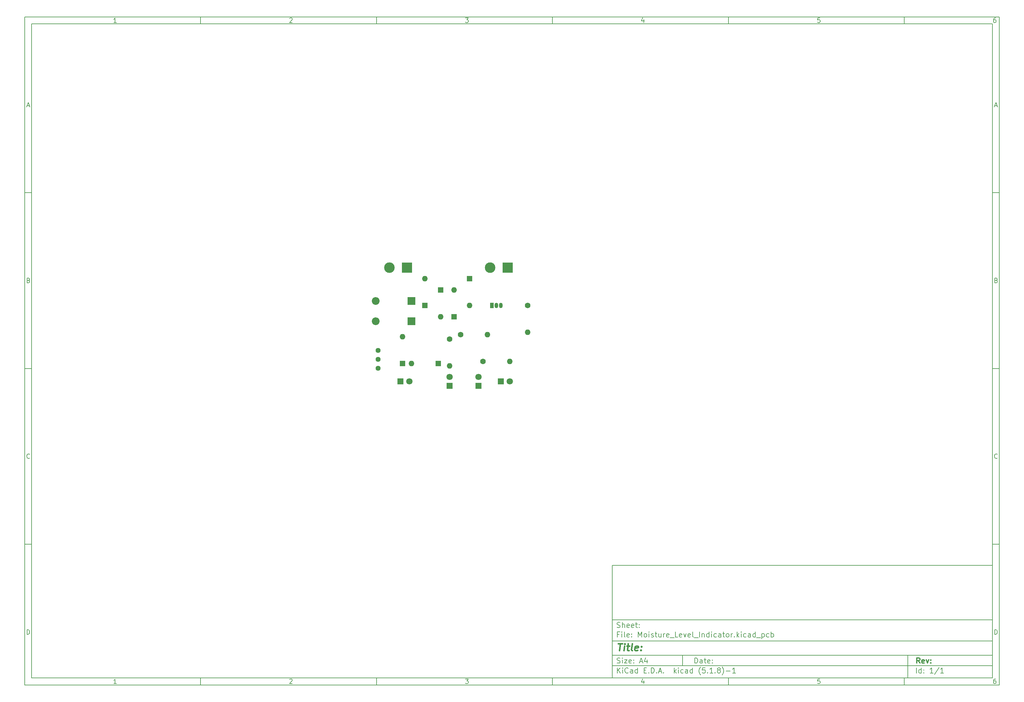
<source format=gtl>
%TF.GenerationSoftware,KiCad,Pcbnew,(5.1.8)-1*%
%TF.CreationDate,2021-07-18T22:50:51-07:00*%
%TF.ProjectId,Moisture_Level_Indicator,4d6f6973-7475-4726-955f-4c6576656c5f,rev?*%
%TF.SameCoordinates,Original*%
%TF.FileFunction,Copper,L1,Top*%
%TF.FilePolarity,Positive*%
%FSLAX46Y46*%
G04 Gerber Fmt 4.6, Leading zero omitted, Abs format (unit mm)*
G04 Created by KiCad (PCBNEW (5.1.8)-1) date 2021-07-18 22:50:51*
%MOMM*%
%LPD*%
G01*
G04 APERTURE LIST*
%ADD10C,0.100000*%
%ADD11C,0.150000*%
%ADD12C,0.300000*%
%ADD13C,0.400000*%
%TA.AperFunction,ComponentPad*%
%ADD14R,1.600000X1.600000*%
%TD*%
%TA.AperFunction,ComponentPad*%
%ADD15O,1.600000X1.600000*%
%TD*%
%TA.AperFunction,ComponentPad*%
%ADD16C,1.800000*%
%TD*%
%TA.AperFunction,ComponentPad*%
%ADD17R,1.800000X1.800000*%
%TD*%
%TA.AperFunction,ComponentPad*%
%ADD18R,3.000000X3.000000*%
%TD*%
%TA.AperFunction,ComponentPad*%
%ADD19C,3.000000*%
%TD*%
%TA.AperFunction,ComponentPad*%
%ADD20O,1.050000X1.500000*%
%TD*%
%TA.AperFunction,ComponentPad*%
%ADD21R,1.050000X1.500000*%
%TD*%
%TA.AperFunction,ComponentPad*%
%ADD22C,1.600000*%
%TD*%
%TA.AperFunction,ComponentPad*%
%ADD23C,1.440000*%
%TD*%
%TA.AperFunction,ComponentPad*%
%ADD24R,2.200000X2.200000*%
%TD*%
%TA.AperFunction,ComponentPad*%
%ADD25O,2.200000X2.200000*%
%TD*%
G04 APERTURE END LIST*
D10*
D11*
X177002200Y-166007200D02*
X177002200Y-198007200D01*
X285002200Y-198007200D01*
X285002200Y-166007200D01*
X177002200Y-166007200D01*
D10*
D11*
X10000000Y-10000000D02*
X10000000Y-200007200D01*
X287002200Y-200007200D01*
X287002200Y-10000000D01*
X10000000Y-10000000D01*
D10*
D11*
X12000000Y-12000000D02*
X12000000Y-198007200D01*
X285002200Y-198007200D01*
X285002200Y-12000000D01*
X12000000Y-12000000D01*
D10*
D11*
X60000000Y-12000000D02*
X60000000Y-10000000D01*
D10*
D11*
X110000000Y-12000000D02*
X110000000Y-10000000D01*
D10*
D11*
X160000000Y-12000000D02*
X160000000Y-10000000D01*
D10*
D11*
X210000000Y-12000000D02*
X210000000Y-10000000D01*
D10*
D11*
X260000000Y-12000000D02*
X260000000Y-10000000D01*
D10*
D11*
X36065476Y-11588095D02*
X35322619Y-11588095D01*
X35694047Y-11588095D02*
X35694047Y-10288095D01*
X35570238Y-10473809D01*
X35446428Y-10597619D01*
X35322619Y-10659523D01*
D10*
D11*
X85322619Y-10411904D02*
X85384523Y-10350000D01*
X85508333Y-10288095D01*
X85817857Y-10288095D01*
X85941666Y-10350000D01*
X86003571Y-10411904D01*
X86065476Y-10535714D01*
X86065476Y-10659523D01*
X86003571Y-10845238D01*
X85260714Y-11588095D01*
X86065476Y-11588095D01*
D10*
D11*
X135260714Y-10288095D02*
X136065476Y-10288095D01*
X135632142Y-10783333D01*
X135817857Y-10783333D01*
X135941666Y-10845238D01*
X136003571Y-10907142D01*
X136065476Y-11030952D01*
X136065476Y-11340476D01*
X136003571Y-11464285D01*
X135941666Y-11526190D01*
X135817857Y-11588095D01*
X135446428Y-11588095D01*
X135322619Y-11526190D01*
X135260714Y-11464285D01*
D10*
D11*
X185941666Y-10721428D02*
X185941666Y-11588095D01*
X185632142Y-10226190D02*
X185322619Y-11154761D01*
X186127380Y-11154761D01*
D10*
D11*
X236003571Y-10288095D02*
X235384523Y-10288095D01*
X235322619Y-10907142D01*
X235384523Y-10845238D01*
X235508333Y-10783333D01*
X235817857Y-10783333D01*
X235941666Y-10845238D01*
X236003571Y-10907142D01*
X236065476Y-11030952D01*
X236065476Y-11340476D01*
X236003571Y-11464285D01*
X235941666Y-11526190D01*
X235817857Y-11588095D01*
X235508333Y-11588095D01*
X235384523Y-11526190D01*
X235322619Y-11464285D01*
D10*
D11*
X285941666Y-10288095D02*
X285694047Y-10288095D01*
X285570238Y-10350000D01*
X285508333Y-10411904D01*
X285384523Y-10597619D01*
X285322619Y-10845238D01*
X285322619Y-11340476D01*
X285384523Y-11464285D01*
X285446428Y-11526190D01*
X285570238Y-11588095D01*
X285817857Y-11588095D01*
X285941666Y-11526190D01*
X286003571Y-11464285D01*
X286065476Y-11340476D01*
X286065476Y-11030952D01*
X286003571Y-10907142D01*
X285941666Y-10845238D01*
X285817857Y-10783333D01*
X285570238Y-10783333D01*
X285446428Y-10845238D01*
X285384523Y-10907142D01*
X285322619Y-11030952D01*
D10*
D11*
X60000000Y-198007200D02*
X60000000Y-200007200D01*
D10*
D11*
X110000000Y-198007200D02*
X110000000Y-200007200D01*
D10*
D11*
X160000000Y-198007200D02*
X160000000Y-200007200D01*
D10*
D11*
X210000000Y-198007200D02*
X210000000Y-200007200D01*
D10*
D11*
X260000000Y-198007200D02*
X260000000Y-200007200D01*
D10*
D11*
X36065476Y-199595295D02*
X35322619Y-199595295D01*
X35694047Y-199595295D02*
X35694047Y-198295295D01*
X35570238Y-198481009D01*
X35446428Y-198604819D01*
X35322619Y-198666723D01*
D10*
D11*
X85322619Y-198419104D02*
X85384523Y-198357200D01*
X85508333Y-198295295D01*
X85817857Y-198295295D01*
X85941666Y-198357200D01*
X86003571Y-198419104D01*
X86065476Y-198542914D01*
X86065476Y-198666723D01*
X86003571Y-198852438D01*
X85260714Y-199595295D01*
X86065476Y-199595295D01*
D10*
D11*
X135260714Y-198295295D02*
X136065476Y-198295295D01*
X135632142Y-198790533D01*
X135817857Y-198790533D01*
X135941666Y-198852438D01*
X136003571Y-198914342D01*
X136065476Y-199038152D01*
X136065476Y-199347676D01*
X136003571Y-199471485D01*
X135941666Y-199533390D01*
X135817857Y-199595295D01*
X135446428Y-199595295D01*
X135322619Y-199533390D01*
X135260714Y-199471485D01*
D10*
D11*
X185941666Y-198728628D02*
X185941666Y-199595295D01*
X185632142Y-198233390D02*
X185322619Y-199161961D01*
X186127380Y-199161961D01*
D10*
D11*
X236003571Y-198295295D02*
X235384523Y-198295295D01*
X235322619Y-198914342D01*
X235384523Y-198852438D01*
X235508333Y-198790533D01*
X235817857Y-198790533D01*
X235941666Y-198852438D01*
X236003571Y-198914342D01*
X236065476Y-199038152D01*
X236065476Y-199347676D01*
X236003571Y-199471485D01*
X235941666Y-199533390D01*
X235817857Y-199595295D01*
X235508333Y-199595295D01*
X235384523Y-199533390D01*
X235322619Y-199471485D01*
D10*
D11*
X285941666Y-198295295D02*
X285694047Y-198295295D01*
X285570238Y-198357200D01*
X285508333Y-198419104D01*
X285384523Y-198604819D01*
X285322619Y-198852438D01*
X285322619Y-199347676D01*
X285384523Y-199471485D01*
X285446428Y-199533390D01*
X285570238Y-199595295D01*
X285817857Y-199595295D01*
X285941666Y-199533390D01*
X286003571Y-199471485D01*
X286065476Y-199347676D01*
X286065476Y-199038152D01*
X286003571Y-198914342D01*
X285941666Y-198852438D01*
X285817857Y-198790533D01*
X285570238Y-198790533D01*
X285446428Y-198852438D01*
X285384523Y-198914342D01*
X285322619Y-199038152D01*
D10*
D11*
X10000000Y-60000000D02*
X12000000Y-60000000D01*
D10*
D11*
X10000000Y-110000000D02*
X12000000Y-110000000D01*
D10*
D11*
X10000000Y-160000000D02*
X12000000Y-160000000D01*
D10*
D11*
X10690476Y-35216666D02*
X11309523Y-35216666D01*
X10566666Y-35588095D02*
X11000000Y-34288095D01*
X11433333Y-35588095D01*
D10*
D11*
X11092857Y-84907142D02*
X11278571Y-84969047D01*
X11340476Y-85030952D01*
X11402380Y-85154761D01*
X11402380Y-85340476D01*
X11340476Y-85464285D01*
X11278571Y-85526190D01*
X11154761Y-85588095D01*
X10659523Y-85588095D01*
X10659523Y-84288095D01*
X11092857Y-84288095D01*
X11216666Y-84350000D01*
X11278571Y-84411904D01*
X11340476Y-84535714D01*
X11340476Y-84659523D01*
X11278571Y-84783333D01*
X11216666Y-84845238D01*
X11092857Y-84907142D01*
X10659523Y-84907142D01*
D10*
D11*
X11402380Y-135464285D02*
X11340476Y-135526190D01*
X11154761Y-135588095D01*
X11030952Y-135588095D01*
X10845238Y-135526190D01*
X10721428Y-135402380D01*
X10659523Y-135278571D01*
X10597619Y-135030952D01*
X10597619Y-134845238D01*
X10659523Y-134597619D01*
X10721428Y-134473809D01*
X10845238Y-134350000D01*
X11030952Y-134288095D01*
X11154761Y-134288095D01*
X11340476Y-134350000D01*
X11402380Y-134411904D01*
D10*
D11*
X10659523Y-185588095D02*
X10659523Y-184288095D01*
X10969047Y-184288095D01*
X11154761Y-184350000D01*
X11278571Y-184473809D01*
X11340476Y-184597619D01*
X11402380Y-184845238D01*
X11402380Y-185030952D01*
X11340476Y-185278571D01*
X11278571Y-185402380D01*
X11154761Y-185526190D01*
X10969047Y-185588095D01*
X10659523Y-185588095D01*
D10*
D11*
X287002200Y-60000000D02*
X285002200Y-60000000D01*
D10*
D11*
X287002200Y-110000000D02*
X285002200Y-110000000D01*
D10*
D11*
X287002200Y-160000000D02*
X285002200Y-160000000D01*
D10*
D11*
X285692676Y-35216666D02*
X286311723Y-35216666D01*
X285568866Y-35588095D02*
X286002200Y-34288095D01*
X286435533Y-35588095D01*
D10*
D11*
X286095057Y-84907142D02*
X286280771Y-84969047D01*
X286342676Y-85030952D01*
X286404580Y-85154761D01*
X286404580Y-85340476D01*
X286342676Y-85464285D01*
X286280771Y-85526190D01*
X286156961Y-85588095D01*
X285661723Y-85588095D01*
X285661723Y-84288095D01*
X286095057Y-84288095D01*
X286218866Y-84350000D01*
X286280771Y-84411904D01*
X286342676Y-84535714D01*
X286342676Y-84659523D01*
X286280771Y-84783333D01*
X286218866Y-84845238D01*
X286095057Y-84907142D01*
X285661723Y-84907142D01*
D10*
D11*
X286404580Y-135464285D02*
X286342676Y-135526190D01*
X286156961Y-135588095D01*
X286033152Y-135588095D01*
X285847438Y-135526190D01*
X285723628Y-135402380D01*
X285661723Y-135278571D01*
X285599819Y-135030952D01*
X285599819Y-134845238D01*
X285661723Y-134597619D01*
X285723628Y-134473809D01*
X285847438Y-134350000D01*
X286033152Y-134288095D01*
X286156961Y-134288095D01*
X286342676Y-134350000D01*
X286404580Y-134411904D01*
D10*
D11*
X285661723Y-185588095D02*
X285661723Y-184288095D01*
X285971247Y-184288095D01*
X286156961Y-184350000D01*
X286280771Y-184473809D01*
X286342676Y-184597619D01*
X286404580Y-184845238D01*
X286404580Y-185030952D01*
X286342676Y-185278571D01*
X286280771Y-185402380D01*
X286156961Y-185526190D01*
X285971247Y-185588095D01*
X285661723Y-185588095D01*
D10*
D11*
X200434342Y-193785771D02*
X200434342Y-192285771D01*
X200791485Y-192285771D01*
X201005771Y-192357200D01*
X201148628Y-192500057D01*
X201220057Y-192642914D01*
X201291485Y-192928628D01*
X201291485Y-193142914D01*
X201220057Y-193428628D01*
X201148628Y-193571485D01*
X201005771Y-193714342D01*
X200791485Y-193785771D01*
X200434342Y-193785771D01*
X202577200Y-193785771D02*
X202577200Y-193000057D01*
X202505771Y-192857200D01*
X202362914Y-192785771D01*
X202077200Y-192785771D01*
X201934342Y-192857200D01*
X202577200Y-193714342D02*
X202434342Y-193785771D01*
X202077200Y-193785771D01*
X201934342Y-193714342D01*
X201862914Y-193571485D01*
X201862914Y-193428628D01*
X201934342Y-193285771D01*
X202077200Y-193214342D01*
X202434342Y-193214342D01*
X202577200Y-193142914D01*
X203077200Y-192785771D02*
X203648628Y-192785771D01*
X203291485Y-192285771D02*
X203291485Y-193571485D01*
X203362914Y-193714342D01*
X203505771Y-193785771D01*
X203648628Y-193785771D01*
X204720057Y-193714342D02*
X204577200Y-193785771D01*
X204291485Y-193785771D01*
X204148628Y-193714342D01*
X204077200Y-193571485D01*
X204077200Y-193000057D01*
X204148628Y-192857200D01*
X204291485Y-192785771D01*
X204577200Y-192785771D01*
X204720057Y-192857200D01*
X204791485Y-193000057D01*
X204791485Y-193142914D01*
X204077200Y-193285771D01*
X205434342Y-193642914D02*
X205505771Y-193714342D01*
X205434342Y-193785771D01*
X205362914Y-193714342D01*
X205434342Y-193642914D01*
X205434342Y-193785771D01*
X205434342Y-192857200D02*
X205505771Y-192928628D01*
X205434342Y-193000057D01*
X205362914Y-192928628D01*
X205434342Y-192857200D01*
X205434342Y-193000057D01*
D10*
D11*
X177002200Y-194507200D02*
X285002200Y-194507200D01*
D10*
D11*
X178434342Y-196585771D02*
X178434342Y-195085771D01*
X179291485Y-196585771D02*
X178648628Y-195728628D01*
X179291485Y-195085771D02*
X178434342Y-195942914D01*
X179934342Y-196585771D02*
X179934342Y-195585771D01*
X179934342Y-195085771D02*
X179862914Y-195157200D01*
X179934342Y-195228628D01*
X180005771Y-195157200D01*
X179934342Y-195085771D01*
X179934342Y-195228628D01*
X181505771Y-196442914D02*
X181434342Y-196514342D01*
X181220057Y-196585771D01*
X181077200Y-196585771D01*
X180862914Y-196514342D01*
X180720057Y-196371485D01*
X180648628Y-196228628D01*
X180577200Y-195942914D01*
X180577200Y-195728628D01*
X180648628Y-195442914D01*
X180720057Y-195300057D01*
X180862914Y-195157200D01*
X181077200Y-195085771D01*
X181220057Y-195085771D01*
X181434342Y-195157200D01*
X181505771Y-195228628D01*
X182791485Y-196585771D02*
X182791485Y-195800057D01*
X182720057Y-195657200D01*
X182577200Y-195585771D01*
X182291485Y-195585771D01*
X182148628Y-195657200D01*
X182791485Y-196514342D02*
X182648628Y-196585771D01*
X182291485Y-196585771D01*
X182148628Y-196514342D01*
X182077200Y-196371485D01*
X182077200Y-196228628D01*
X182148628Y-196085771D01*
X182291485Y-196014342D01*
X182648628Y-196014342D01*
X182791485Y-195942914D01*
X184148628Y-196585771D02*
X184148628Y-195085771D01*
X184148628Y-196514342D02*
X184005771Y-196585771D01*
X183720057Y-196585771D01*
X183577200Y-196514342D01*
X183505771Y-196442914D01*
X183434342Y-196300057D01*
X183434342Y-195871485D01*
X183505771Y-195728628D01*
X183577200Y-195657200D01*
X183720057Y-195585771D01*
X184005771Y-195585771D01*
X184148628Y-195657200D01*
X186005771Y-195800057D02*
X186505771Y-195800057D01*
X186720057Y-196585771D02*
X186005771Y-196585771D01*
X186005771Y-195085771D01*
X186720057Y-195085771D01*
X187362914Y-196442914D02*
X187434342Y-196514342D01*
X187362914Y-196585771D01*
X187291485Y-196514342D01*
X187362914Y-196442914D01*
X187362914Y-196585771D01*
X188077200Y-196585771D02*
X188077200Y-195085771D01*
X188434342Y-195085771D01*
X188648628Y-195157200D01*
X188791485Y-195300057D01*
X188862914Y-195442914D01*
X188934342Y-195728628D01*
X188934342Y-195942914D01*
X188862914Y-196228628D01*
X188791485Y-196371485D01*
X188648628Y-196514342D01*
X188434342Y-196585771D01*
X188077200Y-196585771D01*
X189577200Y-196442914D02*
X189648628Y-196514342D01*
X189577200Y-196585771D01*
X189505771Y-196514342D01*
X189577200Y-196442914D01*
X189577200Y-196585771D01*
X190220057Y-196157200D02*
X190934342Y-196157200D01*
X190077200Y-196585771D02*
X190577200Y-195085771D01*
X191077200Y-196585771D01*
X191577200Y-196442914D02*
X191648628Y-196514342D01*
X191577200Y-196585771D01*
X191505771Y-196514342D01*
X191577200Y-196442914D01*
X191577200Y-196585771D01*
X194577200Y-196585771D02*
X194577200Y-195085771D01*
X194720057Y-196014342D02*
X195148628Y-196585771D01*
X195148628Y-195585771D02*
X194577200Y-196157200D01*
X195791485Y-196585771D02*
X195791485Y-195585771D01*
X195791485Y-195085771D02*
X195720057Y-195157200D01*
X195791485Y-195228628D01*
X195862914Y-195157200D01*
X195791485Y-195085771D01*
X195791485Y-195228628D01*
X197148628Y-196514342D02*
X197005771Y-196585771D01*
X196720057Y-196585771D01*
X196577200Y-196514342D01*
X196505771Y-196442914D01*
X196434342Y-196300057D01*
X196434342Y-195871485D01*
X196505771Y-195728628D01*
X196577200Y-195657200D01*
X196720057Y-195585771D01*
X197005771Y-195585771D01*
X197148628Y-195657200D01*
X198434342Y-196585771D02*
X198434342Y-195800057D01*
X198362914Y-195657200D01*
X198220057Y-195585771D01*
X197934342Y-195585771D01*
X197791485Y-195657200D01*
X198434342Y-196514342D02*
X198291485Y-196585771D01*
X197934342Y-196585771D01*
X197791485Y-196514342D01*
X197720057Y-196371485D01*
X197720057Y-196228628D01*
X197791485Y-196085771D01*
X197934342Y-196014342D01*
X198291485Y-196014342D01*
X198434342Y-195942914D01*
X199791485Y-196585771D02*
X199791485Y-195085771D01*
X199791485Y-196514342D02*
X199648628Y-196585771D01*
X199362914Y-196585771D01*
X199220057Y-196514342D01*
X199148628Y-196442914D01*
X199077200Y-196300057D01*
X199077200Y-195871485D01*
X199148628Y-195728628D01*
X199220057Y-195657200D01*
X199362914Y-195585771D01*
X199648628Y-195585771D01*
X199791485Y-195657200D01*
X202077200Y-197157200D02*
X202005771Y-197085771D01*
X201862914Y-196871485D01*
X201791485Y-196728628D01*
X201720057Y-196514342D01*
X201648628Y-196157200D01*
X201648628Y-195871485D01*
X201720057Y-195514342D01*
X201791485Y-195300057D01*
X201862914Y-195157200D01*
X202005771Y-194942914D01*
X202077200Y-194871485D01*
X203362914Y-195085771D02*
X202648628Y-195085771D01*
X202577200Y-195800057D01*
X202648628Y-195728628D01*
X202791485Y-195657200D01*
X203148628Y-195657200D01*
X203291485Y-195728628D01*
X203362914Y-195800057D01*
X203434342Y-195942914D01*
X203434342Y-196300057D01*
X203362914Y-196442914D01*
X203291485Y-196514342D01*
X203148628Y-196585771D01*
X202791485Y-196585771D01*
X202648628Y-196514342D01*
X202577200Y-196442914D01*
X204077200Y-196442914D02*
X204148628Y-196514342D01*
X204077200Y-196585771D01*
X204005771Y-196514342D01*
X204077200Y-196442914D01*
X204077200Y-196585771D01*
X205577200Y-196585771D02*
X204720057Y-196585771D01*
X205148628Y-196585771D02*
X205148628Y-195085771D01*
X205005771Y-195300057D01*
X204862914Y-195442914D01*
X204720057Y-195514342D01*
X206220057Y-196442914D02*
X206291485Y-196514342D01*
X206220057Y-196585771D01*
X206148628Y-196514342D01*
X206220057Y-196442914D01*
X206220057Y-196585771D01*
X207148628Y-195728628D02*
X207005771Y-195657200D01*
X206934342Y-195585771D01*
X206862914Y-195442914D01*
X206862914Y-195371485D01*
X206934342Y-195228628D01*
X207005771Y-195157200D01*
X207148628Y-195085771D01*
X207434342Y-195085771D01*
X207577200Y-195157200D01*
X207648628Y-195228628D01*
X207720057Y-195371485D01*
X207720057Y-195442914D01*
X207648628Y-195585771D01*
X207577200Y-195657200D01*
X207434342Y-195728628D01*
X207148628Y-195728628D01*
X207005771Y-195800057D01*
X206934342Y-195871485D01*
X206862914Y-196014342D01*
X206862914Y-196300057D01*
X206934342Y-196442914D01*
X207005771Y-196514342D01*
X207148628Y-196585771D01*
X207434342Y-196585771D01*
X207577200Y-196514342D01*
X207648628Y-196442914D01*
X207720057Y-196300057D01*
X207720057Y-196014342D01*
X207648628Y-195871485D01*
X207577200Y-195800057D01*
X207434342Y-195728628D01*
X208220057Y-197157200D02*
X208291485Y-197085771D01*
X208434342Y-196871485D01*
X208505771Y-196728628D01*
X208577200Y-196514342D01*
X208648628Y-196157200D01*
X208648628Y-195871485D01*
X208577200Y-195514342D01*
X208505771Y-195300057D01*
X208434342Y-195157200D01*
X208291485Y-194942914D01*
X208220057Y-194871485D01*
X209362914Y-196014342D02*
X210505771Y-196014342D01*
X212005771Y-196585771D02*
X211148628Y-196585771D01*
X211577200Y-196585771D02*
X211577200Y-195085771D01*
X211434342Y-195300057D01*
X211291485Y-195442914D01*
X211148628Y-195514342D01*
D10*
D11*
X177002200Y-191507200D02*
X285002200Y-191507200D01*
D10*
D12*
X264411485Y-193785771D02*
X263911485Y-193071485D01*
X263554342Y-193785771D02*
X263554342Y-192285771D01*
X264125771Y-192285771D01*
X264268628Y-192357200D01*
X264340057Y-192428628D01*
X264411485Y-192571485D01*
X264411485Y-192785771D01*
X264340057Y-192928628D01*
X264268628Y-193000057D01*
X264125771Y-193071485D01*
X263554342Y-193071485D01*
X265625771Y-193714342D02*
X265482914Y-193785771D01*
X265197200Y-193785771D01*
X265054342Y-193714342D01*
X264982914Y-193571485D01*
X264982914Y-193000057D01*
X265054342Y-192857200D01*
X265197200Y-192785771D01*
X265482914Y-192785771D01*
X265625771Y-192857200D01*
X265697200Y-193000057D01*
X265697200Y-193142914D01*
X264982914Y-193285771D01*
X266197200Y-192785771D02*
X266554342Y-193785771D01*
X266911485Y-192785771D01*
X267482914Y-193642914D02*
X267554342Y-193714342D01*
X267482914Y-193785771D01*
X267411485Y-193714342D01*
X267482914Y-193642914D01*
X267482914Y-193785771D01*
X267482914Y-192857200D02*
X267554342Y-192928628D01*
X267482914Y-193000057D01*
X267411485Y-192928628D01*
X267482914Y-192857200D01*
X267482914Y-193000057D01*
D10*
D11*
X178362914Y-193714342D02*
X178577200Y-193785771D01*
X178934342Y-193785771D01*
X179077200Y-193714342D01*
X179148628Y-193642914D01*
X179220057Y-193500057D01*
X179220057Y-193357200D01*
X179148628Y-193214342D01*
X179077200Y-193142914D01*
X178934342Y-193071485D01*
X178648628Y-193000057D01*
X178505771Y-192928628D01*
X178434342Y-192857200D01*
X178362914Y-192714342D01*
X178362914Y-192571485D01*
X178434342Y-192428628D01*
X178505771Y-192357200D01*
X178648628Y-192285771D01*
X179005771Y-192285771D01*
X179220057Y-192357200D01*
X179862914Y-193785771D02*
X179862914Y-192785771D01*
X179862914Y-192285771D02*
X179791485Y-192357200D01*
X179862914Y-192428628D01*
X179934342Y-192357200D01*
X179862914Y-192285771D01*
X179862914Y-192428628D01*
X180434342Y-192785771D02*
X181220057Y-192785771D01*
X180434342Y-193785771D01*
X181220057Y-193785771D01*
X182362914Y-193714342D02*
X182220057Y-193785771D01*
X181934342Y-193785771D01*
X181791485Y-193714342D01*
X181720057Y-193571485D01*
X181720057Y-193000057D01*
X181791485Y-192857200D01*
X181934342Y-192785771D01*
X182220057Y-192785771D01*
X182362914Y-192857200D01*
X182434342Y-193000057D01*
X182434342Y-193142914D01*
X181720057Y-193285771D01*
X183077200Y-193642914D02*
X183148628Y-193714342D01*
X183077200Y-193785771D01*
X183005771Y-193714342D01*
X183077200Y-193642914D01*
X183077200Y-193785771D01*
X183077200Y-192857200D02*
X183148628Y-192928628D01*
X183077200Y-193000057D01*
X183005771Y-192928628D01*
X183077200Y-192857200D01*
X183077200Y-193000057D01*
X184862914Y-193357200D02*
X185577200Y-193357200D01*
X184720057Y-193785771D02*
X185220057Y-192285771D01*
X185720057Y-193785771D01*
X186862914Y-192785771D02*
X186862914Y-193785771D01*
X186505771Y-192214342D02*
X186148628Y-193285771D01*
X187077200Y-193285771D01*
D10*
D11*
X263434342Y-196585771D02*
X263434342Y-195085771D01*
X264791485Y-196585771D02*
X264791485Y-195085771D01*
X264791485Y-196514342D02*
X264648628Y-196585771D01*
X264362914Y-196585771D01*
X264220057Y-196514342D01*
X264148628Y-196442914D01*
X264077200Y-196300057D01*
X264077200Y-195871485D01*
X264148628Y-195728628D01*
X264220057Y-195657200D01*
X264362914Y-195585771D01*
X264648628Y-195585771D01*
X264791485Y-195657200D01*
X265505771Y-196442914D02*
X265577200Y-196514342D01*
X265505771Y-196585771D01*
X265434342Y-196514342D01*
X265505771Y-196442914D01*
X265505771Y-196585771D01*
X265505771Y-195657200D02*
X265577200Y-195728628D01*
X265505771Y-195800057D01*
X265434342Y-195728628D01*
X265505771Y-195657200D01*
X265505771Y-195800057D01*
X268148628Y-196585771D02*
X267291485Y-196585771D01*
X267720057Y-196585771D02*
X267720057Y-195085771D01*
X267577200Y-195300057D01*
X267434342Y-195442914D01*
X267291485Y-195514342D01*
X269862914Y-195014342D02*
X268577200Y-196942914D01*
X271148628Y-196585771D02*
X270291485Y-196585771D01*
X270720057Y-196585771D02*
X270720057Y-195085771D01*
X270577200Y-195300057D01*
X270434342Y-195442914D01*
X270291485Y-195514342D01*
D10*
D11*
X177002200Y-187507200D02*
X285002200Y-187507200D01*
D10*
D13*
X178714580Y-188211961D02*
X179857438Y-188211961D01*
X179036009Y-190211961D02*
X179286009Y-188211961D01*
X180274104Y-190211961D02*
X180440771Y-188878628D01*
X180524104Y-188211961D02*
X180416961Y-188307200D01*
X180500295Y-188402438D01*
X180607438Y-188307200D01*
X180524104Y-188211961D01*
X180500295Y-188402438D01*
X181107438Y-188878628D02*
X181869342Y-188878628D01*
X181476485Y-188211961D02*
X181262200Y-189926247D01*
X181333628Y-190116723D01*
X181512200Y-190211961D01*
X181702676Y-190211961D01*
X182655057Y-190211961D02*
X182476485Y-190116723D01*
X182405057Y-189926247D01*
X182619342Y-188211961D01*
X184190771Y-190116723D02*
X183988390Y-190211961D01*
X183607438Y-190211961D01*
X183428866Y-190116723D01*
X183357438Y-189926247D01*
X183452676Y-189164342D01*
X183571723Y-188973866D01*
X183774104Y-188878628D01*
X184155057Y-188878628D01*
X184333628Y-188973866D01*
X184405057Y-189164342D01*
X184381247Y-189354819D01*
X183405057Y-189545295D01*
X185155057Y-190021485D02*
X185238390Y-190116723D01*
X185131247Y-190211961D01*
X185047914Y-190116723D01*
X185155057Y-190021485D01*
X185131247Y-190211961D01*
X185286009Y-188973866D02*
X185369342Y-189069104D01*
X185262200Y-189164342D01*
X185178866Y-189069104D01*
X185286009Y-188973866D01*
X185262200Y-189164342D01*
D10*
D11*
X178934342Y-185600057D02*
X178434342Y-185600057D01*
X178434342Y-186385771D02*
X178434342Y-184885771D01*
X179148628Y-184885771D01*
X179720057Y-186385771D02*
X179720057Y-185385771D01*
X179720057Y-184885771D02*
X179648628Y-184957200D01*
X179720057Y-185028628D01*
X179791485Y-184957200D01*
X179720057Y-184885771D01*
X179720057Y-185028628D01*
X180648628Y-186385771D02*
X180505771Y-186314342D01*
X180434342Y-186171485D01*
X180434342Y-184885771D01*
X181791485Y-186314342D02*
X181648628Y-186385771D01*
X181362914Y-186385771D01*
X181220057Y-186314342D01*
X181148628Y-186171485D01*
X181148628Y-185600057D01*
X181220057Y-185457200D01*
X181362914Y-185385771D01*
X181648628Y-185385771D01*
X181791485Y-185457200D01*
X181862914Y-185600057D01*
X181862914Y-185742914D01*
X181148628Y-185885771D01*
X182505771Y-186242914D02*
X182577200Y-186314342D01*
X182505771Y-186385771D01*
X182434342Y-186314342D01*
X182505771Y-186242914D01*
X182505771Y-186385771D01*
X182505771Y-185457200D02*
X182577200Y-185528628D01*
X182505771Y-185600057D01*
X182434342Y-185528628D01*
X182505771Y-185457200D01*
X182505771Y-185600057D01*
X184362914Y-186385771D02*
X184362914Y-184885771D01*
X184862914Y-185957200D01*
X185362914Y-184885771D01*
X185362914Y-186385771D01*
X186291485Y-186385771D02*
X186148628Y-186314342D01*
X186077200Y-186242914D01*
X186005771Y-186100057D01*
X186005771Y-185671485D01*
X186077200Y-185528628D01*
X186148628Y-185457200D01*
X186291485Y-185385771D01*
X186505771Y-185385771D01*
X186648628Y-185457200D01*
X186720057Y-185528628D01*
X186791485Y-185671485D01*
X186791485Y-186100057D01*
X186720057Y-186242914D01*
X186648628Y-186314342D01*
X186505771Y-186385771D01*
X186291485Y-186385771D01*
X187434342Y-186385771D02*
X187434342Y-185385771D01*
X187434342Y-184885771D02*
X187362914Y-184957200D01*
X187434342Y-185028628D01*
X187505771Y-184957200D01*
X187434342Y-184885771D01*
X187434342Y-185028628D01*
X188077200Y-186314342D02*
X188220057Y-186385771D01*
X188505771Y-186385771D01*
X188648628Y-186314342D01*
X188720057Y-186171485D01*
X188720057Y-186100057D01*
X188648628Y-185957200D01*
X188505771Y-185885771D01*
X188291485Y-185885771D01*
X188148628Y-185814342D01*
X188077200Y-185671485D01*
X188077200Y-185600057D01*
X188148628Y-185457200D01*
X188291485Y-185385771D01*
X188505771Y-185385771D01*
X188648628Y-185457200D01*
X189148628Y-185385771D02*
X189720057Y-185385771D01*
X189362914Y-184885771D02*
X189362914Y-186171485D01*
X189434342Y-186314342D01*
X189577200Y-186385771D01*
X189720057Y-186385771D01*
X190862914Y-185385771D02*
X190862914Y-186385771D01*
X190220057Y-185385771D02*
X190220057Y-186171485D01*
X190291485Y-186314342D01*
X190434342Y-186385771D01*
X190648628Y-186385771D01*
X190791485Y-186314342D01*
X190862914Y-186242914D01*
X191577200Y-186385771D02*
X191577200Y-185385771D01*
X191577200Y-185671485D02*
X191648628Y-185528628D01*
X191720057Y-185457200D01*
X191862914Y-185385771D01*
X192005771Y-185385771D01*
X193077200Y-186314342D02*
X192934342Y-186385771D01*
X192648628Y-186385771D01*
X192505771Y-186314342D01*
X192434342Y-186171485D01*
X192434342Y-185600057D01*
X192505771Y-185457200D01*
X192648628Y-185385771D01*
X192934342Y-185385771D01*
X193077200Y-185457200D01*
X193148628Y-185600057D01*
X193148628Y-185742914D01*
X192434342Y-185885771D01*
X193434342Y-186528628D02*
X194577200Y-186528628D01*
X195648628Y-186385771D02*
X194934342Y-186385771D01*
X194934342Y-184885771D01*
X196720057Y-186314342D02*
X196577200Y-186385771D01*
X196291485Y-186385771D01*
X196148628Y-186314342D01*
X196077200Y-186171485D01*
X196077200Y-185600057D01*
X196148628Y-185457200D01*
X196291485Y-185385771D01*
X196577200Y-185385771D01*
X196720057Y-185457200D01*
X196791485Y-185600057D01*
X196791485Y-185742914D01*
X196077200Y-185885771D01*
X197291485Y-185385771D02*
X197648628Y-186385771D01*
X198005771Y-185385771D01*
X199148628Y-186314342D02*
X199005771Y-186385771D01*
X198720057Y-186385771D01*
X198577200Y-186314342D01*
X198505771Y-186171485D01*
X198505771Y-185600057D01*
X198577200Y-185457200D01*
X198720057Y-185385771D01*
X199005771Y-185385771D01*
X199148628Y-185457200D01*
X199220057Y-185600057D01*
X199220057Y-185742914D01*
X198505771Y-185885771D01*
X200077200Y-186385771D02*
X199934342Y-186314342D01*
X199862914Y-186171485D01*
X199862914Y-184885771D01*
X200291485Y-186528628D02*
X201434342Y-186528628D01*
X201791485Y-186385771D02*
X201791485Y-184885771D01*
X202505771Y-185385771D02*
X202505771Y-186385771D01*
X202505771Y-185528628D02*
X202577200Y-185457200D01*
X202720057Y-185385771D01*
X202934342Y-185385771D01*
X203077200Y-185457200D01*
X203148628Y-185600057D01*
X203148628Y-186385771D01*
X204505771Y-186385771D02*
X204505771Y-184885771D01*
X204505771Y-186314342D02*
X204362914Y-186385771D01*
X204077200Y-186385771D01*
X203934342Y-186314342D01*
X203862914Y-186242914D01*
X203791485Y-186100057D01*
X203791485Y-185671485D01*
X203862914Y-185528628D01*
X203934342Y-185457200D01*
X204077200Y-185385771D01*
X204362914Y-185385771D01*
X204505771Y-185457200D01*
X205220057Y-186385771D02*
X205220057Y-185385771D01*
X205220057Y-184885771D02*
X205148628Y-184957200D01*
X205220057Y-185028628D01*
X205291485Y-184957200D01*
X205220057Y-184885771D01*
X205220057Y-185028628D01*
X206577200Y-186314342D02*
X206434342Y-186385771D01*
X206148628Y-186385771D01*
X206005771Y-186314342D01*
X205934342Y-186242914D01*
X205862914Y-186100057D01*
X205862914Y-185671485D01*
X205934342Y-185528628D01*
X206005771Y-185457200D01*
X206148628Y-185385771D01*
X206434342Y-185385771D01*
X206577200Y-185457200D01*
X207862914Y-186385771D02*
X207862914Y-185600057D01*
X207791485Y-185457200D01*
X207648628Y-185385771D01*
X207362914Y-185385771D01*
X207220057Y-185457200D01*
X207862914Y-186314342D02*
X207720057Y-186385771D01*
X207362914Y-186385771D01*
X207220057Y-186314342D01*
X207148628Y-186171485D01*
X207148628Y-186028628D01*
X207220057Y-185885771D01*
X207362914Y-185814342D01*
X207720057Y-185814342D01*
X207862914Y-185742914D01*
X208362914Y-185385771D02*
X208934342Y-185385771D01*
X208577200Y-184885771D02*
X208577200Y-186171485D01*
X208648628Y-186314342D01*
X208791485Y-186385771D01*
X208934342Y-186385771D01*
X209648628Y-186385771D02*
X209505771Y-186314342D01*
X209434342Y-186242914D01*
X209362914Y-186100057D01*
X209362914Y-185671485D01*
X209434342Y-185528628D01*
X209505771Y-185457200D01*
X209648628Y-185385771D01*
X209862914Y-185385771D01*
X210005771Y-185457200D01*
X210077200Y-185528628D01*
X210148628Y-185671485D01*
X210148628Y-186100057D01*
X210077200Y-186242914D01*
X210005771Y-186314342D01*
X209862914Y-186385771D01*
X209648628Y-186385771D01*
X210791485Y-186385771D02*
X210791485Y-185385771D01*
X210791485Y-185671485D02*
X210862914Y-185528628D01*
X210934342Y-185457200D01*
X211077200Y-185385771D01*
X211220057Y-185385771D01*
X211720057Y-186242914D02*
X211791485Y-186314342D01*
X211720057Y-186385771D01*
X211648628Y-186314342D01*
X211720057Y-186242914D01*
X211720057Y-186385771D01*
X212434342Y-186385771D02*
X212434342Y-184885771D01*
X212577200Y-185814342D02*
X213005771Y-186385771D01*
X213005771Y-185385771D02*
X212434342Y-185957200D01*
X213648628Y-186385771D02*
X213648628Y-185385771D01*
X213648628Y-184885771D02*
X213577200Y-184957200D01*
X213648628Y-185028628D01*
X213720057Y-184957200D01*
X213648628Y-184885771D01*
X213648628Y-185028628D01*
X215005771Y-186314342D02*
X214862914Y-186385771D01*
X214577200Y-186385771D01*
X214434342Y-186314342D01*
X214362914Y-186242914D01*
X214291485Y-186100057D01*
X214291485Y-185671485D01*
X214362914Y-185528628D01*
X214434342Y-185457200D01*
X214577200Y-185385771D01*
X214862914Y-185385771D01*
X215005771Y-185457200D01*
X216291485Y-186385771D02*
X216291485Y-185600057D01*
X216220057Y-185457200D01*
X216077200Y-185385771D01*
X215791485Y-185385771D01*
X215648628Y-185457200D01*
X216291485Y-186314342D02*
X216148628Y-186385771D01*
X215791485Y-186385771D01*
X215648628Y-186314342D01*
X215577200Y-186171485D01*
X215577200Y-186028628D01*
X215648628Y-185885771D01*
X215791485Y-185814342D01*
X216148628Y-185814342D01*
X216291485Y-185742914D01*
X217648628Y-186385771D02*
X217648628Y-184885771D01*
X217648628Y-186314342D02*
X217505771Y-186385771D01*
X217220057Y-186385771D01*
X217077200Y-186314342D01*
X217005771Y-186242914D01*
X216934342Y-186100057D01*
X216934342Y-185671485D01*
X217005771Y-185528628D01*
X217077200Y-185457200D01*
X217220057Y-185385771D01*
X217505771Y-185385771D01*
X217648628Y-185457200D01*
X218005771Y-186528628D02*
X219148628Y-186528628D01*
X219505771Y-185385771D02*
X219505771Y-186885771D01*
X219505771Y-185457200D02*
X219648628Y-185385771D01*
X219934342Y-185385771D01*
X220077200Y-185457200D01*
X220148628Y-185528628D01*
X220220057Y-185671485D01*
X220220057Y-186100057D01*
X220148628Y-186242914D01*
X220077200Y-186314342D01*
X219934342Y-186385771D01*
X219648628Y-186385771D01*
X219505771Y-186314342D01*
X221505771Y-186314342D02*
X221362914Y-186385771D01*
X221077200Y-186385771D01*
X220934342Y-186314342D01*
X220862914Y-186242914D01*
X220791485Y-186100057D01*
X220791485Y-185671485D01*
X220862914Y-185528628D01*
X220934342Y-185457200D01*
X221077200Y-185385771D01*
X221362914Y-185385771D01*
X221505771Y-185457200D01*
X222148628Y-186385771D02*
X222148628Y-184885771D01*
X222148628Y-185457200D02*
X222291485Y-185385771D01*
X222577200Y-185385771D01*
X222720057Y-185457200D01*
X222791485Y-185528628D01*
X222862914Y-185671485D01*
X222862914Y-186100057D01*
X222791485Y-186242914D01*
X222720057Y-186314342D01*
X222577200Y-186385771D01*
X222291485Y-186385771D01*
X222148628Y-186314342D01*
D10*
D11*
X177002200Y-181507200D02*
X285002200Y-181507200D01*
D10*
D11*
X178362914Y-183614342D02*
X178577200Y-183685771D01*
X178934342Y-183685771D01*
X179077200Y-183614342D01*
X179148628Y-183542914D01*
X179220057Y-183400057D01*
X179220057Y-183257200D01*
X179148628Y-183114342D01*
X179077200Y-183042914D01*
X178934342Y-182971485D01*
X178648628Y-182900057D01*
X178505771Y-182828628D01*
X178434342Y-182757200D01*
X178362914Y-182614342D01*
X178362914Y-182471485D01*
X178434342Y-182328628D01*
X178505771Y-182257200D01*
X178648628Y-182185771D01*
X179005771Y-182185771D01*
X179220057Y-182257200D01*
X179862914Y-183685771D02*
X179862914Y-182185771D01*
X180505771Y-183685771D02*
X180505771Y-182900057D01*
X180434342Y-182757200D01*
X180291485Y-182685771D01*
X180077200Y-182685771D01*
X179934342Y-182757200D01*
X179862914Y-182828628D01*
X181791485Y-183614342D02*
X181648628Y-183685771D01*
X181362914Y-183685771D01*
X181220057Y-183614342D01*
X181148628Y-183471485D01*
X181148628Y-182900057D01*
X181220057Y-182757200D01*
X181362914Y-182685771D01*
X181648628Y-182685771D01*
X181791485Y-182757200D01*
X181862914Y-182900057D01*
X181862914Y-183042914D01*
X181148628Y-183185771D01*
X183077200Y-183614342D02*
X182934342Y-183685771D01*
X182648628Y-183685771D01*
X182505771Y-183614342D01*
X182434342Y-183471485D01*
X182434342Y-182900057D01*
X182505771Y-182757200D01*
X182648628Y-182685771D01*
X182934342Y-182685771D01*
X183077200Y-182757200D01*
X183148628Y-182900057D01*
X183148628Y-183042914D01*
X182434342Y-183185771D01*
X183577200Y-182685771D02*
X184148628Y-182685771D01*
X183791485Y-182185771D02*
X183791485Y-183471485D01*
X183862914Y-183614342D01*
X184005771Y-183685771D01*
X184148628Y-183685771D01*
X184648628Y-183542914D02*
X184720057Y-183614342D01*
X184648628Y-183685771D01*
X184577200Y-183614342D01*
X184648628Y-183542914D01*
X184648628Y-183685771D01*
X184648628Y-182757200D02*
X184720057Y-182828628D01*
X184648628Y-182900057D01*
X184577200Y-182828628D01*
X184648628Y-182757200D01*
X184648628Y-182900057D01*
D10*
D11*
X197002200Y-191507200D02*
X197002200Y-194507200D01*
D10*
D11*
X261002200Y-191507200D02*
X261002200Y-198007200D01*
D14*
%TO.P,D1,1*%
%TO.N,Net-(D1-Pad1)*%
X136440000Y-84455000D03*
D15*
%TO.P,D1,2*%
%TO.N,Net-(D1-Pad2)*%
X136440000Y-92075000D03*
%TD*%
D14*
%TO.P,D2,1*%
%TO.N,Net-(D2-Pad1)*%
X123740000Y-92075000D03*
D15*
%TO.P,D2,2*%
%TO.N,Net-(D1-Pad1)*%
X123740000Y-84455000D03*
%TD*%
%TO.P,D3,2*%
%TO.N,Net-(D2-Pad1)*%
X128185000Y-95250000D03*
D14*
%TO.P,D3,1*%
%TO.N,Net-(D3-Pad1)*%
X128185000Y-87630000D03*
%TD*%
D15*
%TO.P,D4,2*%
%TO.N,Net-(D3-Pad1)*%
X131995000Y-87630000D03*
D14*
%TO.P,D4,1*%
%TO.N,Net-(D4-Pad1)*%
X131995000Y-95250000D03*
%TD*%
%TO.P,D5,1*%
%TO.N,Net-(D5-Pad1)*%
X117390000Y-108585000D03*
D15*
%TO.P,D5,2*%
%TO.N,Net-(D4-Pad1)*%
X117390000Y-100965000D03*
%TD*%
%TO.P,D6,2*%
%TO.N,Net-(D5-Pad1)*%
X119930000Y-108585000D03*
D14*
%TO.P,D6,1*%
%TO.N,Net-(D6-Pad1)*%
X127550000Y-108585000D03*
%TD*%
D16*
%TO.P,D1-1,2*%
%TO.N,Net-(D1-1-Pad2)*%
X119295000Y-113665000D03*
D17*
%TO.P,D1-1,1*%
%TO.N,GND*%
X116755000Y-113665000D03*
%TD*%
D16*
%TO.P,D1-2,2*%
%TO.N,Net-(D1-2-Pad2)*%
X130725000Y-112395000D03*
D17*
%TO.P,D1-2,1*%
%TO.N,GND*%
X130725000Y-114935000D03*
%TD*%
%TO.P,D1-3,1*%
%TO.N,GND*%
X138980000Y-114935000D03*
D16*
%TO.P,D1-3,2*%
%TO.N,Net-(D1-3-Pad2)*%
X138980000Y-112395000D03*
%TD*%
D17*
%TO.P,D1-4,1*%
%TO.N,GND*%
X145330000Y-113665000D03*
D16*
%TO.P,D1-4,2*%
%TO.N,Net-(D1-4-Pad2)*%
X147870000Y-113665000D03*
%TD*%
D18*
%TO.P,J1,1*%
%TO.N,+12V*%
X118660000Y-81280000D03*
D19*
%TO.P,J1,2*%
%TO.N,GND*%
X113660000Y-81280000D03*
%TD*%
%TO.P,J2,2*%
%TO.N,+12V*%
X142235000Y-81280000D03*
D18*
%TO.P,J2,1*%
%TO.N,Net-(J2-Pad1)*%
X147235000Y-81280000D03*
%TD*%
D20*
%TO.P,Q1,2*%
%TO.N,Net-(J2-Pad1)*%
X144060000Y-92075000D03*
%TO.P,Q1,3*%
%TO.N,Net-(D1-Pad2)*%
X145330000Y-92075000D03*
D21*
%TO.P,Q1,1*%
%TO.N,+12V*%
X142790000Y-92075000D03*
%TD*%
D15*
%TO.P,R1,2*%
%TO.N,Net-(D1-1-Pad2)*%
X152950000Y-99695000D03*
D22*
%TO.P,R1,1*%
%TO.N,Net-(D1-Pad2)*%
X152950000Y-92075000D03*
%TD*%
D15*
%TO.P,R2,2*%
%TO.N,Net-(D1-2-Pad2)*%
X130725000Y-109220000D03*
D22*
%TO.P,R2,1*%
%TO.N,Net-(D2-Pad1)*%
X130725000Y-101600000D03*
%TD*%
%TO.P,R3,1*%
%TO.N,Net-(D4-Pad1)*%
X133900000Y-100330000D03*
D15*
%TO.P,R3,2*%
%TO.N,Net-(D1-3-Pad2)*%
X141520000Y-100330000D03*
%TD*%
D22*
%TO.P,R4,1*%
%TO.N,Net-(D6-Pad1)*%
X140250000Y-107950000D03*
D15*
%TO.P,R4,2*%
%TO.N,Net-(D1-4-Pad2)*%
X147870000Y-107950000D03*
%TD*%
D23*
%TO.P,R5,1*%
%TO.N,Net-(J2-Pad1)*%
X110405000Y-109885001D03*
%TO.P,R5,2*%
%TO.N,GND*%
X110405000Y-107345001D03*
%TO.P,R5,3*%
X110405000Y-104805001D03*
%TD*%
D24*
%TO.P,ZD1,1*%
%TO.N,Net-(D1-3-Pad2)*%
X119930000Y-96520000D03*
D25*
%TO.P,ZD1,2*%
%TO.N,GND*%
X109770000Y-96520000D03*
%TD*%
%TO.P,ZD2,2*%
%TO.N,GND*%
X109770000Y-90805000D03*
D24*
%TO.P,ZD2,1*%
%TO.N,Net-(D1-4-Pad2)*%
X119930000Y-90805000D03*
%TD*%
M02*

</source>
